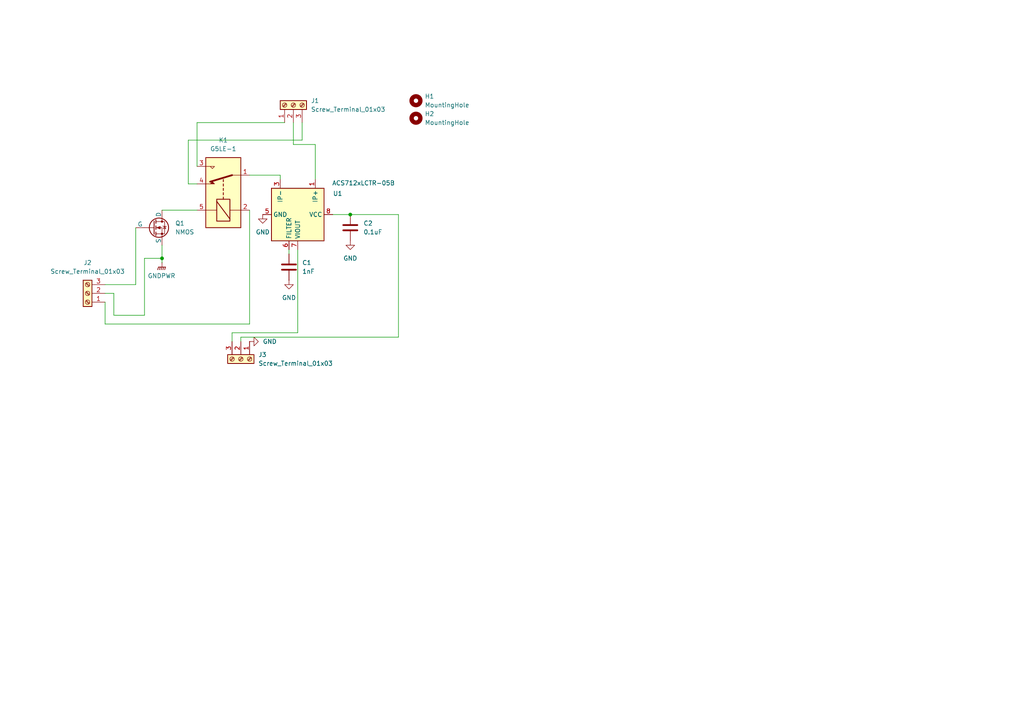
<source format=kicad_sch>
(kicad_sch (version 20250114) (generator "eeschema") (generator_version "9.0")
  (paper "A4")
  (lib_symbols
    (symbol "Connector:Screw_Terminal_01x03" (pin_names (offset 1.016) (hide yes))
      (property "Reference" "J" (at 0 5.08 0))
      (property "Value" "Screw_Terminal_01x03" (at 0 -5.08 0))
      (symbol "Screw_Terminal_01x03_1_1"
        (rectangle (start -1.27 3.81) (end 1.27 -3.81) (stroke (width 0.254)) (fill (type background)))
        (polyline (pts (xy -0.5334 2.8702) (xy 0.3302 2.032)) (stroke (width 0.1524)))
        (polyline (pts (xy -0.5334 0.3302) (xy 0.3302 -0.508)) (stroke (width 0.1524)))
        (polyline (pts (xy -0.5334 -2.2098) (xy 0.3302 -3.048)) (stroke (width 0.1524)))
        (polyline (pts (xy -0.3556 3.048) (xy 0.508 2.2098)) (stroke (width 0.1524)))
        (polyline (pts (xy -0.3556 0.508) (xy 0.508 -0.3302)) (stroke (width 0.1524)))
        (polyline (pts (xy -0.3556 -2.032) (xy 0.508 -2.8702)) (stroke (width 0.1524)))
        (circle (center 0 2.54) (radius 0.635) (stroke (width 0.1524)))
        (circle (center 0 0) (radius 0.635) (stroke (width 0.1524)))
        (circle (center 0 -2.54) (radius 0.635) (stroke (width 0.1524)))
        (pin passive line (at -5.08 2.54 0) (length 3.81) (name "Pin_1") (number "1"))
        (pin passive line (at -5.08 0 0) (length 3.81) (name "Pin_2") (number "2"))
        (pin passive line (at -5.08 -2.54 0) (length 3.81) (name "Pin_3") (number "3"))
      )
    )
    (symbol "Device:C" (pin_numbers (hide yes)) (pin_names (offset 0.254))
      (property "Reference" "C" (at 0.635 2.54 0))
      (property "Value" "C" (at 0.635 -2.54 0))
      (symbol "C_0_1"
        (polyline (pts (xy -2.032 0.762) (xy 2.032 0.762)) (stroke (width 0.508)))
        (polyline (pts (xy -2.032 -0.762) (xy 2.032 -0.762)) (stroke (width 0.508)))
      )
      (symbol "C_1_1"
        (pin passive line (at 0 3.81 270) (length 2.794) (name "~") (number "1"))
        (pin passive line (at 0 -3.81 90) (length 2.794) (name "~") (number "2"))
      )
    )
    (symbol "Mechanical:MountingHole" (pin_names (offset 1.016)) (in_bom no)
      (property "Reference" "H" (at 0 5.08 0))
      (property "Value" "MountingHole" (at 0 3.175 0))
      (symbol "MountingHole_0_1"
        (circle (center 0 0) (radius 1.27) (stroke (width 1.27)))
      )
    )
    (symbol "Relay:G5LE-1"
      (property "Reference" "K" (at 11.43 3.81 0))
      (property "Value" "G5LE-1" (at 11.43 1.27 0))
      (symbol "G5LE-1_0_0"
        (polyline (pts (xy 7.62 5.08) (xy 7.62 2.54) (xy 6.985 3.175) (xy 7.62 3.81)))
      )
      (symbol "G5LE-1_0_1"
        (rectangle (start -10.16 5.08) (end 10.16 -5.08) (stroke (width 0.254)) (fill (type background)))
        (rectangle (start -8.255 1.905) (end -1.905 -1.905) (stroke (width 0.254)))
        (polyline (pts (xy -7.62 -1.905) (xy -2.54 1.905)) (stroke (width 0.254)))
        (polyline (pts (xy -5.08 5.08) (xy -5.08 1.905)))
        (polyline (pts (xy -5.08 -5.08) (xy -5.08 -1.905)))
        (polyline (pts (xy -1.905 0) (xy -1.27 0)) (stroke (width 0.254)))
        (polyline (pts (xy -0.635 0) (xy 0 0)) (stroke (width 0.254)))
        (polyline (pts (xy 0.635 0) (xy 1.27 0)) (stroke (width 0.254)))
        (polyline (pts (xy 1.905 0) (xy 2.54 0)) (stroke (width 0.254)))
        (polyline (pts (xy 2.54 5.08) (xy 2.54 2.54) (xy 3.175 3.175) (xy 2.54 3.81)) (fill (type outline)))
        (polyline (pts (xy 3.175 0) (xy 3.81 0)) (stroke (width 0.254)))
        (polyline (pts (xy 5.08 -2.54) (xy 3.175 3.81)) (stroke (width 0.508)))
        (polyline (pts (xy 5.08 -2.54) (xy 5.08 -5.08)))
      )
      (symbol "G5LE-1_1_1"
        (pin passive line (at -5.08 7.62 270) (length 2.54) (name "~") (number "5"))
        (pin passive line (at -5.08 -7.62 90) (length 2.54) (name "~") (number "2"))
        (pin passive line (at 2.54 7.62 270) (length 2.54) (name "~") (number "4"))
        (pin passive line (at 5.08 -7.62 90) (length 2.54) (name "~") (number "1"))
        (pin passive line (at 7.62 7.62 270) (length 2.54) (name "~") (number "3"))
      )
    )
    (symbol "Sensor_Current:ACS712xLCTR-05B"
      (property "Reference" "U" (at 2.54 11.43 0))
      (property "Value" "ACS712xLCTR-05B" (at 2.54 8.89 0))
      (symbol "ACS712xLCTR-05B_0_1"
        (rectangle (start -7.62 7.62) (end 7.62 -7.62) (stroke (width 0.254)) (fill (type background)))
      )
      (symbol "ACS712xLCTR-05B_1_1"
        (pin passive line (at -10.16 5.08 0) (length 2.54) (name "IP+") (number "1"))
        (pin passive line (at -10.16 5.08 0) (length 2.54) (hide yes) (name "IP+") (number "2"))
        (pin passive line (at -10.16 -5.08 0) (length 2.54) (name "IP-") (number "3"))
        (pin passive line (at -10.16 -5.08 0) (length 2.54) (hide yes) (name "IP-") (number "4"))
        (pin power_in line (at 0 10.16 270) (length 2.54) (name "VCC") (number "8"))
        (pin power_in line (at 0 -10.16 90) (length 2.54) (name "GND") (number "5"))
        (pin output line (at 10.16 0 180) (length 2.54) (name "VIOUT") (number "7"))
        (pin passive line (at 10.16 -2.54 180) (length 2.54) (name "FILTER") (number "6"))
      )
    )
    (symbol "Simulation_SPICE:NMOS" (pin_numbers (hide yes)) (pin_names (offset 0))
      (property "Reference" "Q1" (at 6.35 1.2701 0))
      (property "Value" "NMOS" (at 6.35 -1.2699 0))
      (symbol "NMOS_0_1"
        (polyline (pts (xy 0.254 1.905) (xy 0.254 -1.905)) (stroke (width 0.254)))
        (polyline (pts (xy 0.254 0) (xy -2.54 0)))
        (polyline (pts (xy 0.762 2.286) (xy 0.762 1.27)) (stroke (width 0.254)))
        (polyline (pts (xy 0.762 0.508) (xy 0.762 -0.508)) (stroke (width 0.254)))
        (polyline (pts (xy 0.762 -1.27) (xy 0.762 -2.286)) (stroke (width 0.254)))
        (polyline (pts (xy 0.762 -1.778) (xy 3.302 -1.778) (xy 3.302 1.778) (xy 0.762 1.778)))
        (polyline (pts (xy 1.016 0) (xy 2.032 0.381) (xy 2.032 -0.381) (xy 1.016 0)) (fill (type outline)))
        (circle (center 1.651 0) (radius 2.794) (stroke (width 0.254)))
        (polyline (pts (xy 2.54 2.54) (xy 2.54 1.778)))
        (circle (center 2.54 1.778) (radius 0.254) (fill (type outline)))
        (circle (center 2.54 -1.778) (radius 0.254) (fill (type outline)))
        (polyline (pts (xy 2.54 -2.54) (xy 2.54 0) (xy 0.762 0)))
        (polyline (pts (xy 2.794 0.508) (xy 2.921 0.381) (xy 3.683 0.381) (xy 3.81 0.254)))
        (polyline (pts (xy 3.302 0.381) (xy 2.921 -0.254) (xy 3.683 -0.254) (xy 3.302 0.381)))
      )
      (symbol "NMOS_1_1"
        (pin input line (at -5.08 0 0) (length 2.54) (name "G") (number "1"))
        (pin passive line (at 2.54 5.08 270) (length 2.54) (name "D") (number "3"))
        (pin passive line (at 2.54 -5.08 90) (length 2.54) (name "S") (number "2"))
      )
    )
    (symbol "power:GND" (power) (pin_numbers (hide yes)) (pin_names (offset 0) (hide yes))
      (property "Value" "GND" (at 0 -3.81 0))
      (symbol "GND_0_1"
        (polyline (pts (xy 0 0) (xy 0 -1.27) (xy 1.27 -1.27) (xy 0 -2.54) (xy -1.27 -1.27) (xy 0 -1.27)))
      )
      (symbol "GND_1_1"
        (pin power_in line (at 0 0 270) (length 0) (name "~") (number "1"))
      )
    )
    (symbol "power:GNDPWR" (power) (pin_numbers (hide yes)) (pin_names (offset 0) (hide yes))
      (property "Value" "GNDPWR" (at 0 -3.302 0))
      (symbol "GNDPWR_0_1"
        (polyline (pts (xy -1.016 -1.27) (xy -1.27 -2.032) (xy -1.27 -2.032)) (stroke (width 0.2032)))
        (polyline (pts (xy -0.508 -1.27) (xy -0.762 -2.032) (xy -0.762 -2.032)) (stroke (width 0.2032)))
        (polyline (pts (xy 0 -1.27) (xy 0 0)))
        (polyline (pts (xy 0 -1.27) (xy -0.254 -2.032) (xy -0.254 -2.032)) (stroke (width 0.2032)))
        (polyline (pts (xy 0.508 -1.27) (xy 0.254 -2.032) (xy 0.254 -2.032)) (stroke (width 0.2032)))
        (polyline (pts (xy 1.016 -1.27) (xy -1.016 -1.27) (xy -1.016 -1.27)) (stroke (width 0.2032)))
        (polyline (pts (xy 1.016 -1.27) (xy 0.762 -2.032) (xy 0.762 -2.032) (xy 0.762 -2.032)) (stroke (width 0.2032)))
      )
      (symbol "GNDPWR_1_1"
        (pin power_in line (at 0 0 270) (length 0) (name "~") (number "1"))
      )
    )
  )
  (junction (at 101.6 62.23))
  (junction (at 46.99 74.93))
  (wire (pts (xy 30.48 93.98) (xy 72.39 93.98)))
  (wire (pts (xy 69.85 97.79) (xy 115.57 97.79)))
  (wire (pts (xy 91.44 41.91) (xy 91.44 52.07)))
  (wire (pts (xy 72.39 60.96) (xy 72.39 93.98)))
  (wire (pts (xy 83.82 72.39) (xy 83.82 73.66)))
  (wire (pts (xy 85.09 35.56) (xy 85.09 41.91)))
  (wire (pts (xy 115.57 62.23) (xy 115.57 97.79)))
  (wire (pts (xy 67.31 99.06) (xy 67.31 96.52)))
  (wire (pts (xy 85.09 41.91) (xy 91.44 41.91)))
  (wire (pts (xy 46.99 71.12) (xy 46.99 74.93)))
  (wire (pts (xy 82.55 35.56) (xy 57.15 35.56)))
  (wire (pts (xy 33.02 91.44) (xy 33.02 85.09)))
  (wire (pts (xy 30.48 93.98) (xy 30.48 87.63)))
  (wire (pts (xy 81.28 50.8) (xy 81.28 52.07)))
  (wire (pts (xy 33.02 85.09) (xy 30.48 85.09)))
  (wire (pts (xy 86.36 72.39) (xy 86.36 96.52)))
  (wire (pts (xy 41.91 74.93) (xy 41.91 91.44)))
  (wire (pts (xy 41.91 91.44) (xy 33.02 91.44)))
  (wire (pts (xy 67.31 96.52) (xy 86.36 96.52)))
  (wire (pts (xy 101.6 62.23) (xy 115.57 62.23)))
  (wire (pts (xy 46.99 74.93) (xy 41.91 74.93)))
  (wire (pts (xy 57.15 35.56) (xy 57.15 48.26)))
  (wire (pts (xy 46.99 74.93) (xy 46.99 76.2)))
  (wire (pts (xy 54.61 53.34) (xy 54.61 40.64)))
  (wire (pts (xy 39.37 82.55) (xy 30.48 82.55)))
  (wire (pts (xy 81.28 50.8) (xy 72.39 50.8)))
  (wire (pts (xy 87.63 40.64) (xy 87.63 35.56)))
  (wire (pts (xy 46.99 60.96) (xy 57.15 60.96)))
  (wire (pts (xy 54.61 40.64) (xy 87.63 40.64)))
  (wire (pts (xy 69.85 99.06) (xy 69.85 97.79)))
  (wire (pts (xy 39.37 66.04) (xy 39.37 82.55)))
  (wire (pts (xy 57.15 53.34) (xy 54.61 53.34)))
  (wire (pts (xy 101.6 62.23) (xy 96.52 62.23)))
  (symbol (lib_id "Connector:Screw_Terminal_01x03") (at 69.85 104.14 270) (unit 1)
    (property "Reference" "J3" (at 74.93 102.8699 90) (effects (justify left)))
    (property "Value" "Screw_Terminal_01x03" (at 74.93 105.4099 90) (effects (justify left)))
    (property "Footprint" "Connector_PinSocket_2.54mm:PinSocket_1x03_P2.54mm_Vertical" (effects (hide yes)))
    (property "Description" "Generic screw terminal, single row, 01x03, script generated (kicad-library-utils/schlib/autogen/connector/)" (effects (hide yes)))
  )
  (symbol (lib_id "power:GND") (at 76.2 62.23 0) (unit 1)
    (property "Reference" "#PWR02" (effects (hide yes)))
    (property "Value" "GND" (at 76.2 67.31 0))
    (property "Description" "Power symbol creates a global label with name \"GND\" , ground" (effects (hide yes)))
  )
  (symbol (lib_id "Sensor_Current:ACS712xLCTR-05B") (at 86.36 62.23 270) (unit 1)
    (property "Reference" "U1" (at 99.314 56.134 90) (effects (justify right)))
    (property "Value" "ACS712xLCTR-05B" (at 114.554 53.086 90) (effects (justify right)))
    (property "Footprint" "Package_SO:SOIC-8_3.9x4.9mm_P1.27mm" (effects (hide yes)))
    (property "Datasheet" "http://www.allegromicro.com/~/media/Files/Datasheets/ACS712-Datasheet.ashx?la=en" (effects (hide yes)))
    (property "Description" "±5A Bidirectional Hall-Effect Current Sensor, +5.0V supply, 185mV/A, SOIC-8" (effects (hide yes)))
  )
  (symbol (lib_id "power:GND") (at 83.82 81.28 0) (unit 1)
    (property "Reference" "#PWR03" (effects (hide yes)))
    (property "Value" "GND" (at 83.82 86.36 0))
    (property "Description" "Power symbol creates a global label with name \"GND\" , ground" (effects (hide yes)))
  )
  (symbol (lib_id "power:GNDPWR") (at 46.99 76.2 0) (unit 1)
    (property "Reference" "#PWR01" (effects (hide yes)))
    (property "Value" "GNDPWR" (at 46.863 80.01 0))
    (property "Description" "Power symbol creates a global label with name \"GNDPWR\" , global ground" (effects (hide yes)))
  )
  (symbol (lib_id "Device:C") (at 83.82 77.47 0) (unit 1)
    (property "Reference" "C1" (at 87.63 76.1999 0) (effects (justify left)))
    (property "Value" "1nF" (at 87.63 78.7399 0) (effects (justify left)))
    (property "Footprint" "Capacitor_SMD:C_0805_2012Metric_Pad1.18x1.45mm_HandSolder" (effects (hide yes)))
    (property "Description" "Unpolarized capacitor" (effects (hide yes)))
  )
  (symbol (lib_id "Device:C") (at 101.6 66.04 0) (unit 1)
    (property "Reference" "C2" (at 105.41 64.7699 0) (effects (justify left)))
    (property "Value" "0.1uF" (at 105.41 67.3099 0) (effects (justify left)))
    (property "Footprint" "Capacitor_SMD:C_0805_2012Metric_Pad1.18x1.45mm_HandSolder" (effects (hide yes)))
    (property "Description" "Unpolarized capacitor" (effects (hide yes)))
  )
  (symbol (lib_id "Connector:Screw_Terminal_01x03") (at 85.09 30.48 90) (unit 1)
    (property "Reference" "J1" (at 90.17 29.2099 90) (effects (justify right)))
    (property "Value" "Screw_Terminal_01x03" (at 90.17 31.7499 90) (effects (justify right)))
    (property "Footprint" "TerminalBlock_CUI:TerminalBlock_CUI_TB007-508-03_1x03_P5.08mm_Horizontal" (effects (hide yes)))
    (property "Description" "Generic screw terminal, single row, 01x03, script generated (kicad-library-utils/schlib/autogen/connector/)" (effects (hide yes)))
  )
  (symbol (lib_id "power:GND") (at 72.39 99.06 90) (unit 1)
    (property "Reference" "#PWR05" (effects (hide yes)))
    (property "Value" "GND" (at 76.2 99.0599 90) (effects (justify right)))
    (property "Description" "Power symbol creates a global label with name \"GND\" , ground" (effects (hide yes)))
  )
  (symbol (lib_id "Connector:Screw_Terminal_01x03") (at 25.4 85.09 180) (unit 1)
    (property "Reference" "J2" (at 25.4 76.2 0))
    (property "Value" "Screw_Terminal_01x03" (at 25.4 78.74 0))
    (property "Footprint" "Connector_PinSocket_2.54mm:PinSocket_1x03_P2.54mm_Vertical" (effects (hide yes)))
    (property "Description" "Generic screw terminal, single row, 01x03, script generated (kicad-library-utils/schlib/autogen/connector/)" (effects (hide yes)))
  )
  (symbol (lib_id "power:GND") (at 101.6 69.85 0) (unit 1)
    (property "Reference" "#PWR04" (effects (hide yes)))
    (property "Value" "GND" (at 101.6 74.93 0))
    (property "Description" "Power symbol creates a global label with name \"GND\" , ground" (effects (hide yes)))
  )
  (symbol (lib_id "Simulation_SPICE:NMOS") (at 44.45 66.04 0) (unit 1)
    (property "Reference" "Q1" (at 50.8 64.7699 0) (effects (justify left)))
    (property "Value" "NMOS" (at 50.8 67.3099 0) (effects (justify left)))
    (property "Footprint" "Package_TO_SOT_SMD:SOT-23-3" (effects (hide yes)))
    (property "Datasheet" "https://ngspice.sourceforge.io/docs/ngspice-html-manual/manual.xhtml#cha_MOSFETs" (effects (hide yes)))
    (property "Description" "N-MOSFET transistor, drain/source/gate" (effects (hide yes)))
    (property "Sim.Device" "NMOS" (effects (hide yes)))
    (property "Sim.Type" "VDMOS" (effects (hide yes)))
    (property "Sim.Pins" "1=D 2=G 3=S" (effects (hide yes)))
  )
  (symbol (lib_id "Mechanical:MountingHole") (at 120.65 34.29 0) (unit 1) (in_bom no)
    (property "Reference" "H2" (at 123.19 33.0199 0) (effects (justify left)))
    (property "Value" "MountingHole" (at 123.19 35.5599 0) (effects (justify left)))
    (property "Footprint" "MountingHole:MountingHole_3.2mm_M3_DIN965_Pad_TopBottom" (effects (hide yes)))
    (property "Description" "Mounting Hole without connection" (effects (hide yes)))
  )
  (symbol (lib_id "Mechanical:MountingHole") (at 120.65 29.21 0) (unit 1) (in_bom no)
    (property "Reference" "H1" (at 123.19 27.9399 0) (effects (justify left)))
    (property "Value" "MountingHole" (at 123.19 30.4799 0) (effects (justify left)))
    (property "Footprint" "MountingHole:MountingHole_3.2mm_M3_DIN965_Pad_TopBottom" (effects (hide yes)))
    (property "Description" "Mounting Hole without connection" (effects (hide yes)))
  )
  (symbol (lib_id "Relay:G5LE-1") (at 64.77 55.88 90) (unit 1)
    (property "Reference" "K1" (at 64.77 40.64 90))
    (property "Value" "G5LE-1" (at 64.77 43.18 90))
    (property "Footprint" "Relay_THT:Relay_SPDT_Omron-G5LE-1" (effects (hide yes)))
    (property "Datasheet" "http://www.omron.com/ecb/products/pdf/en-g5le.pdf" (effects (hide yes)))
    (property "Description" "Omron G5LE relay, Miniature Single Pole, SPDT, 10A" (effects (hide yes)))
  )
)
</source>
